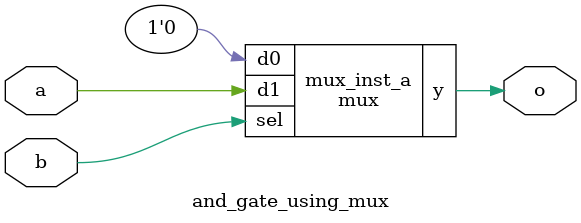
<source format=sv>

module mux
(
  input  d0, d1,
  input  sel,
  output y
);

  assign y = sel ? d1 : d0;

endmodule

//----------------------------------------------------------------------------
// Task
//----------------------------------------------------------------------------

module and_gate_using_mux
(
    input  a,
    input  b,
    output o
);

  // Task:
  // Implement and gate using instance(s) of mux,
  // constants 0 and 1, and wire connections
  
  mux mux_inst_a (
    .d0('0),
    .d1(a),
    .sel(b),
    .y(o)
  );


endmodule

</source>
